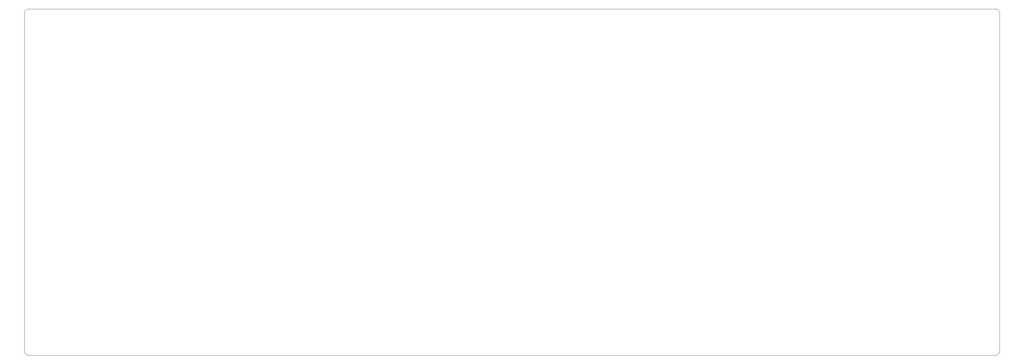
<source format=gm1>
G04 #@! TF.GenerationSoftware,KiCad,Pcbnew,(6.0.2-0)*
G04 #@! TF.CreationDate,2022-06-21T21:38:29+10:00*
G04 #@! TF.ProjectId,keyboard-with-attached-pico,6b657962-6f61-4726-942d-776974682d61,1.01*
G04 #@! TF.SameCoordinates,Original*
G04 #@! TF.FileFunction,Profile,NP*
%FSLAX46Y46*%
G04 Gerber Fmt 4.6, Leading zero omitted, Abs format (unit mm)*
G04 Created by KiCad (PCBNEW (6.0.2-0)) date 2022-06-21 21:38:29*
%MOMM*%
%LPD*%
G01*
G04 APERTURE LIST*
G04 #@! TA.AperFunction,Profile*
%ADD10C,0.050000*%
G04 #@! TD*
G04 APERTURE END LIST*
D10*
X97282000Y-113538000D02*
X97282000Y-193294000D01*
X98298000Y-112522000D02*
G75*
G03*
X97282000Y-113538000I2J-1016002D01*
G01*
X326898000Y-113538000D02*
G75*
G03*
X325882000Y-112522000I-1016002J-2D01*
G01*
X98298000Y-112522000D02*
X325882000Y-112522000D01*
X326898000Y-113538000D02*
X326898000Y-193294000D01*
X325882000Y-194310000D02*
X98298000Y-194310000D01*
X325882000Y-194310000D02*
G75*
G03*
X326898000Y-193294000I-2J1016002D01*
G01*
X97282000Y-193294000D02*
G75*
G03*
X98298000Y-194310000I1016002J2D01*
G01*
M02*

</source>
